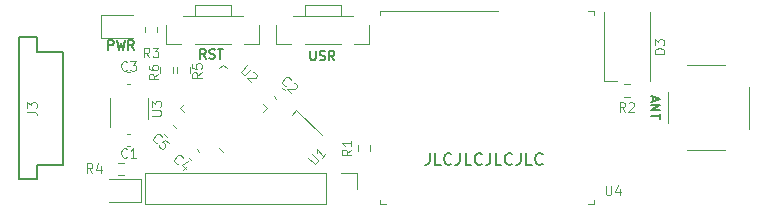
<source format=gbr>
%TF.GenerationSoftware,KiCad,Pcbnew,(5.1.9)-1*%
%TF.CreationDate,2021-02-26T13:25:28+01:00*%
%TF.ProjectId,DynaLoRa_Dongle,44796e61-4c6f-4526-915f-446f6e676c65,rev?*%
%TF.SameCoordinates,Original*%
%TF.FileFunction,Legend,Top*%
%TF.FilePolarity,Positive*%
%FSLAX46Y46*%
G04 Gerber Fmt 4.6, Leading zero omitted, Abs format (unit mm)*
G04 Created by KiCad (PCBNEW (5.1.9)-1) date 2021-02-26 13:25:28*
%MOMM*%
%LPD*%
G01*
G04 APERTURE LIST*
%ADD10C,0.150000*%
%ADD11C,0.120000*%
%ADD12C,0.100000*%
G04 APERTURE END LIST*
D10*
X51006952Y53379619D02*
X51006952Y52665333D01*
X50959333Y52522476D01*
X50864095Y52427238D01*
X50721238Y52379619D01*
X50626000Y52379619D01*
X51959333Y52379619D02*
X51483142Y52379619D01*
X51483142Y53379619D01*
X52864095Y52474857D02*
X52816476Y52427238D01*
X52673619Y52379619D01*
X52578380Y52379619D01*
X52435523Y52427238D01*
X52340285Y52522476D01*
X52292666Y52617714D01*
X52245047Y52808190D01*
X52245047Y52951047D01*
X52292666Y53141523D01*
X52340285Y53236761D01*
X52435523Y53332000D01*
X52578380Y53379619D01*
X52673619Y53379619D01*
X52816476Y53332000D01*
X52864095Y53284380D01*
X53578380Y53379619D02*
X53578380Y52665333D01*
X53530761Y52522476D01*
X53435523Y52427238D01*
X53292666Y52379619D01*
X53197428Y52379619D01*
X54530761Y52379619D02*
X54054571Y52379619D01*
X54054571Y53379619D01*
X55435523Y52474857D02*
X55387904Y52427238D01*
X55245047Y52379619D01*
X55149809Y52379619D01*
X55006952Y52427238D01*
X54911714Y52522476D01*
X54864095Y52617714D01*
X54816476Y52808190D01*
X54816476Y52951047D01*
X54864095Y53141523D01*
X54911714Y53236761D01*
X55006952Y53332000D01*
X55149809Y53379619D01*
X55245047Y53379619D01*
X55387904Y53332000D01*
X55435523Y53284380D01*
X56149809Y53379619D02*
X56149809Y52665333D01*
X56102190Y52522476D01*
X56006952Y52427238D01*
X55864095Y52379619D01*
X55768857Y52379619D01*
X57102190Y52379619D02*
X56626000Y52379619D01*
X56626000Y53379619D01*
X58006952Y52474857D02*
X57959333Y52427238D01*
X57816476Y52379619D01*
X57721238Y52379619D01*
X57578380Y52427238D01*
X57483142Y52522476D01*
X57435523Y52617714D01*
X57387904Y52808190D01*
X57387904Y52951047D01*
X57435523Y53141523D01*
X57483142Y53236761D01*
X57578380Y53332000D01*
X57721238Y53379619D01*
X57816476Y53379619D01*
X57959333Y53332000D01*
X58006952Y53284380D01*
X58721238Y53379619D02*
X58721238Y52665333D01*
X58673619Y52522476D01*
X58578380Y52427238D01*
X58435523Y52379619D01*
X58340285Y52379619D01*
X59673619Y52379619D02*
X59197428Y52379619D01*
X59197428Y53379619D01*
X60578380Y52474857D02*
X60530761Y52427238D01*
X60387904Y52379619D01*
X60292666Y52379619D01*
X60149809Y52427238D01*
X60054571Y52522476D01*
X60006952Y52617714D01*
X59959333Y52808190D01*
X59959333Y52951047D01*
X60006952Y53141523D01*
X60054571Y53236761D01*
X60149809Y53332000D01*
X60292666Y53379619D01*
X60387904Y53379619D01*
X60530761Y53332000D01*
X60578380Y53284380D01*
X69970666Y58165885D02*
X69970666Y57784933D01*
X69742095Y58242076D02*
X70542095Y57975409D01*
X69742095Y57708742D01*
X69742095Y57442076D02*
X70542095Y57442076D01*
X69742095Y56984933D01*
X70542095Y56984933D01*
X70542095Y56718266D02*
X70542095Y56261123D01*
X69742095Y56489695D02*
X70542095Y56489695D01*
X32073904Y61360095D02*
X31807238Y61741047D01*
X31616761Y61360095D02*
X31616761Y62160095D01*
X31921523Y62160095D01*
X31997714Y62122000D01*
X32035809Y62083904D01*
X32073904Y62007714D01*
X32073904Y61893428D01*
X32035809Y61817238D01*
X31997714Y61779142D01*
X31921523Y61741047D01*
X31616761Y61741047D01*
X32378666Y61398190D02*
X32492952Y61360095D01*
X32683428Y61360095D01*
X32759619Y61398190D01*
X32797714Y61436285D01*
X32835809Y61512476D01*
X32835809Y61588666D01*
X32797714Y61664857D01*
X32759619Y61702952D01*
X32683428Y61741047D01*
X32531047Y61779142D01*
X32454857Y61817238D01*
X32416761Y61855333D01*
X32378666Y61931523D01*
X32378666Y62007714D01*
X32416761Y62083904D01*
X32454857Y62122000D01*
X32531047Y62160095D01*
X32721523Y62160095D01*
X32835809Y62122000D01*
X33064380Y62160095D02*
X33521523Y62160095D01*
X33292952Y61360095D02*
X33292952Y62160095D01*
X40900476Y62033095D02*
X40900476Y61385476D01*
X40938571Y61309285D01*
X40976666Y61271190D01*
X41052857Y61233095D01*
X41205238Y61233095D01*
X41281428Y61271190D01*
X41319523Y61309285D01*
X41357619Y61385476D01*
X41357619Y62033095D01*
X41700476Y61271190D02*
X41814761Y61233095D01*
X42005238Y61233095D01*
X42081428Y61271190D01*
X42119523Y61309285D01*
X42157619Y61385476D01*
X42157619Y61461666D01*
X42119523Y61537857D01*
X42081428Y61575952D01*
X42005238Y61614047D01*
X41852857Y61652142D01*
X41776666Y61690238D01*
X41738571Y61728333D01*
X41700476Y61804523D01*
X41700476Y61880714D01*
X41738571Y61956904D01*
X41776666Y61995000D01*
X41852857Y62033095D01*
X42043333Y62033095D01*
X42157619Y61995000D01*
X42957619Y61233095D02*
X42690952Y61614047D01*
X42500476Y61233095D02*
X42500476Y62033095D01*
X42805238Y62033095D01*
X42881428Y61995000D01*
X42919523Y61956904D01*
X42957619Y61880714D01*
X42957619Y61766428D01*
X42919523Y61690238D01*
X42881428Y61652142D01*
X42805238Y61614047D01*
X42500476Y61614047D01*
X23799933Y62122095D02*
X23799933Y62922095D01*
X24104695Y62922095D01*
X24180885Y62884000D01*
X24218980Y62845904D01*
X24257076Y62769714D01*
X24257076Y62655428D01*
X24218980Y62579238D01*
X24180885Y62541142D01*
X24104695Y62503047D01*
X23799933Y62503047D01*
X24523742Y62922095D02*
X24714219Y62122095D01*
X24866600Y62693523D01*
X25018980Y62122095D01*
X25209457Y62922095D01*
X25971361Y62122095D02*
X25704695Y62503047D01*
X25514219Y62122095D02*
X25514219Y62922095D01*
X25818980Y62922095D01*
X25895171Y62884000D01*
X25933266Y62845904D01*
X25971361Y62769714D01*
X25971361Y62655428D01*
X25933266Y62579238D01*
X25895171Y62541142D01*
X25818980Y62503047D01*
X25514219Y62503047D01*
D11*
%TO.C,C5*%
X29509880Y55488569D02*
X29279675Y55718774D01*
X28788631Y54767320D02*
X28558426Y54997525D01*
%TO.C,D2*%
X23866600Y49230400D02*
X26551600Y49230400D01*
X26551600Y49230400D02*
X26551600Y51150400D01*
X26551600Y51150400D02*
X23866600Y51150400D01*
D12*
%TO.C,U1*%
X39744662Y57006362D02*
X39331570Y56593271D01*
X39744662Y57006362D02*
X41865982Y54885042D01*
D11*
%TO.C,C1*%
X25399420Y55018400D02*
X25680580Y55018400D01*
X25399420Y53998400D02*
X25680580Y53998400D01*
%TO.C,C2*%
X37817770Y58158781D02*
X38016581Y57959970D01*
X38539019Y58880030D02*
X38737830Y58681219D01*
%TO.C,C3*%
X25399420Y59205400D02*
X25680580Y59205400D01*
X25399420Y60225400D02*
X25680580Y60225400D01*
%TO.C,C4*%
X31325419Y53673030D02*
X31524230Y53474219D01*
X30604170Y52951781D02*
X30802981Y52752970D01*
%TO.C,D1*%
X25866600Y65018800D02*
X23181600Y65018800D01*
X23181600Y65018800D02*
X23181600Y63098800D01*
X23181600Y63098800D02*
X25866600Y63098800D01*
%TO.C,D3*%
X69717200Y65332400D02*
X69717200Y59432400D01*
X65817200Y65332400D02*
X65817200Y59432400D01*
X65817200Y59432400D02*
X66892200Y59432400D01*
%TO.C,J2*%
X75996600Y60800800D02*
X72796600Y60800800D01*
X75996600Y53600800D02*
X72796600Y53600800D01*
X71196600Y58500800D02*
X71196600Y55900800D01*
X78076600Y59000800D02*
X78076600Y55400800D01*
D10*
%TO.C,J3*%
X16266200Y51155200D02*
X16266200Y63155200D01*
X16266200Y63155200D02*
X17766200Y63155200D01*
X17766200Y52255200D02*
X17766200Y52355200D01*
X17766200Y61955200D02*
X20016200Y61955200D01*
X16266200Y51155200D02*
X17766200Y51155200D01*
X17766200Y52355200D02*
X20016200Y52355200D01*
X17766200Y63155200D02*
X17766200Y61955200D01*
X20016200Y52355200D02*
X20016200Y61955200D01*
X17766200Y51155200D02*
X17766200Y52255200D01*
D11*
%TO.C,R1*%
X44943500Y53559942D02*
X44943500Y54034458D01*
X45988500Y53559942D02*
X45988500Y54034458D01*
%TO.C,R2*%
X67953658Y59196500D02*
X67479142Y59196500D01*
X67953658Y58151500D02*
X67479142Y58151500D01*
%TO.C,R3*%
X27954500Y63592942D02*
X27954500Y64067458D01*
X26909500Y63592942D02*
X26909500Y64067458D01*
%TO.C,R4*%
X25129258Y51522100D02*
X24654742Y51522100D01*
X25129258Y52567100D02*
X24654742Y52567100D01*
%TO.C,R5*%
X30697700Y60638458D02*
X30697700Y60163942D01*
X29652700Y60638458D02*
X29652700Y60163942D01*
%TO.C,R6*%
X28230300Y60638458D02*
X28230300Y60163942D01*
X29275300Y60638458D02*
X29275300Y60163942D01*
%TO.C,U3*%
X27162400Y56224600D02*
X27162400Y58024600D01*
X23942400Y58024600D02*
X23942400Y55574600D01*
D12*
%TO.C,U4*%
X46799000Y65423400D02*
X56799000Y65423400D01*
X46799000Y49023400D02*
X47299000Y49023400D01*
X46799000Y49423400D02*
X46799000Y49023400D01*
X64399000Y49023400D02*
X64899000Y49023400D01*
X64899000Y49423400D02*
X64899000Y49023400D01*
X64399000Y65423400D02*
X64899000Y65423400D01*
X64899000Y65423400D02*
X64899000Y65023400D01*
X46799000Y65423400D02*
X46799000Y65023400D01*
D11*
%TO.C,U2*%
X30198178Y56839524D02*
X29862303Y57175400D01*
X29862303Y57175400D02*
X30198178Y57511276D01*
X36908622Y57511276D02*
X37244497Y57175400D01*
X37244497Y57175400D02*
X36908622Y56839524D01*
X33889276Y60530622D02*
X33553400Y60866497D01*
X33553400Y60866497D02*
X33217524Y60530622D01*
X33217524Y53820178D02*
X33553400Y53484303D01*
D12*
%TO.C,SW1*%
X43481200Y65887600D02*
X43481200Y65760600D01*
X40433200Y65887600D02*
X43481200Y65887600D01*
X40433200Y64998600D02*
X40433200Y65887600D01*
X43481200Y64998600D02*
X43481200Y65760600D01*
X44497200Y64998600D02*
X39417200Y64998600D01*
X43481200Y62585600D02*
X40433200Y62585600D01*
X38020200Y62585600D02*
X39290200Y62585600D01*
X38020200Y64236600D02*
X38020200Y62585600D01*
X45894200Y62585600D02*
X44624200Y62585600D01*
X45894200Y64236600D02*
X45894200Y62585600D01*
%TO.C,SW2*%
X36576000Y64236600D02*
X36576000Y62585600D01*
X36576000Y62585600D02*
X35306000Y62585600D01*
X28702000Y64236600D02*
X28702000Y62585600D01*
X28702000Y62585600D02*
X29972000Y62585600D01*
X34163000Y62585600D02*
X31115000Y62585600D01*
X35179000Y64998600D02*
X30099000Y64998600D01*
X34163000Y64998600D02*
X34163000Y65760600D01*
X31115000Y64998600D02*
X31115000Y65887600D01*
X31115000Y65887600D02*
X34163000Y65887600D01*
X34163000Y65887600D02*
X34163000Y65760600D01*
D11*
%TO.C,J1*%
X26940200Y51698200D02*
X26940200Y49038200D01*
X42240200Y51698200D02*
X26940200Y51698200D01*
X42240200Y49038200D02*
X26940200Y49038200D01*
X42240200Y51698200D02*
X42240200Y49038200D01*
X43510200Y51698200D02*
X44840200Y51698200D01*
X44840200Y51698200D02*
X44840200Y50368200D01*
%TO.C,C5*%
D12*
X27897688Y54248250D02*
X27843813Y54248250D01*
X27736064Y54302125D01*
X27682189Y54356000D01*
X27628314Y54463749D01*
X27628314Y54571499D01*
X27655251Y54652311D01*
X27736064Y54786998D01*
X27816876Y54867810D01*
X27951563Y54948622D01*
X28032375Y54975560D01*
X28140125Y54975560D01*
X28247874Y54921685D01*
X28301749Y54867810D01*
X28355624Y54760061D01*
X28355624Y54706186D01*
X28921309Y54248250D02*
X28651935Y54517624D01*
X28355624Y54275187D01*
X28409499Y54275187D01*
X28490311Y54248250D01*
X28624998Y54113563D01*
X28651935Y54032751D01*
X28651935Y53978876D01*
X28624998Y53898064D01*
X28490311Y53763377D01*
X28409499Y53736439D01*
X28355624Y53736439D01*
X28274812Y53763377D01*
X28140125Y53898064D01*
X28113187Y53978876D01*
X28113187Y54032751D01*
%TO.C,U1*%
X40737421Y52964781D02*
X41195357Y52506845D01*
X41276169Y52479908D01*
X41330044Y52479908D01*
X41410856Y52506845D01*
X41518606Y52614595D01*
X41545543Y52695407D01*
X41545543Y52749282D01*
X41518606Y52830094D01*
X41060670Y53288030D01*
X42192041Y53288030D02*
X41868792Y52964781D01*
X42030416Y53126406D02*
X41464731Y53692091D01*
X41491668Y53557404D01*
X41491668Y53449654D01*
X41464731Y53368842D01*
%TO.C,C1*%
X25393666Y53054285D02*
X25355571Y53016190D01*
X25241285Y52978095D01*
X25165095Y52978095D01*
X25050809Y53016190D01*
X24974619Y53092380D01*
X24936523Y53168571D01*
X24898428Y53320952D01*
X24898428Y53435238D01*
X24936523Y53587619D01*
X24974619Y53663809D01*
X25050809Y53740000D01*
X25165095Y53778095D01*
X25241285Y53778095D01*
X25355571Y53740000D01*
X25393666Y53701904D01*
X26155571Y52978095D02*
X25698428Y52978095D01*
X25927000Y52978095D02*
X25927000Y53778095D01*
X25850809Y53663809D01*
X25774619Y53587619D01*
X25698428Y53549523D01*
%TO.C,C2*%
X38819688Y59074249D02*
X38765813Y59074249D01*
X38658064Y59128124D01*
X38604189Y59181999D01*
X38550314Y59289748D01*
X38550314Y59397498D01*
X38577251Y59478310D01*
X38658064Y59612997D01*
X38738876Y59693809D01*
X38873563Y59774621D01*
X38954375Y59801559D01*
X39062125Y59801559D01*
X39169874Y59747684D01*
X39223749Y59693809D01*
X39277624Y59586060D01*
X39277624Y59532185D01*
X39493123Y59316686D02*
X39546998Y59316686D01*
X39627810Y59289748D01*
X39762497Y59155061D01*
X39789435Y59074249D01*
X39789435Y59020374D01*
X39762497Y58939562D01*
X39708622Y58885687D01*
X39600873Y58831812D01*
X38954375Y58831812D01*
X39304561Y58481626D01*
%TO.C,C3*%
X25406666Y60420285D02*
X25368571Y60382190D01*
X25254285Y60344095D01*
X25178095Y60344095D01*
X25063809Y60382190D01*
X24987619Y60458380D01*
X24949523Y60534571D01*
X24911428Y60686952D01*
X24911428Y60801238D01*
X24949523Y60953619D01*
X24987619Y61029809D01*
X25063809Y61106000D01*
X25178095Y61144095D01*
X25254285Y61144095D01*
X25368571Y61106000D01*
X25406666Y61067904D01*
X25673333Y61144095D02*
X26168571Y61144095D01*
X25901904Y60839333D01*
X26016190Y60839333D01*
X26092380Y60801238D01*
X26130476Y60763142D01*
X26168571Y60686952D01*
X26168571Y60496476D01*
X26130476Y60420285D01*
X26092380Y60382190D01*
X26016190Y60344095D01*
X25787619Y60344095D01*
X25711428Y60382190D01*
X25673333Y60420285D01*
%TO.C,C4*%
X29675688Y52470250D02*
X29621813Y52470250D01*
X29514064Y52524125D01*
X29460189Y52578000D01*
X29406314Y52685749D01*
X29406314Y52793499D01*
X29433251Y52874311D01*
X29514064Y53008998D01*
X29594876Y53089810D01*
X29729563Y53170622D01*
X29810375Y53197560D01*
X29918125Y53197560D01*
X30025874Y53143685D01*
X30079749Y53089810D01*
X30133624Y52982061D01*
X30133624Y52928186D01*
X30483810Y52308625D02*
X30106687Y51931502D01*
X30564622Y52658812D02*
X30025874Y52389438D01*
X30376061Y52039251D01*
%TO.C,D3*%
X70879104Y61791923D02*
X70079104Y61791923D01*
X70079104Y61982400D01*
X70117200Y62096685D01*
X70193390Y62172876D01*
X70269580Y62210971D01*
X70421961Y62249066D01*
X70536247Y62249066D01*
X70688628Y62210971D01*
X70764819Y62172876D01*
X70841009Y62096685D01*
X70879104Y61982400D01*
X70879104Y61791923D01*
X70079104Y62515733D02*
X70079104Y63010971D01*
X70383866Y62744304D01*
X70383866Y62858590D01*
X70421961Y62934780D01*
X70460057Y62972876D01*
X70536247Y63010971D01*
X70726723Y63010971D01*
X70802914Y62972876D01*
X70841009Y62934780D01*
X70879104Y62858590D01*
X70879104Y62630019D01*
X70841009Y62553828D01*
X70802914Y62515733D01*
%TO.C,J3*%
X16960904Y56883333D02*
X17532333Y56883333D01*
X17646619Y56845238D01*
X17722809Y56769047D01*
X17760904Y56654761D01*
X17760904Y56578571D01*
X16960904Y57188095D02*
X16960904Y57683333D01*
X17265666Y57416666D01*
X17265666Y57530952D01*
X17303761Y57607142D01*
X17341857Y57645238D01*
X17418047Y57683333D01*
X17608523Y57683333D01*
X17684714Y57645238D01*
X17722809Y57607142D01*
X17760904Y57530952D01*
X17760904Y57302380D01*
X17722809Y57226190D01*
X17684714Y57188095D01*
%TO.C,R1*%
X44397904Y53663866D02*
X44016952Y53397200D01*
X44397904Y53206723D02*
X43597904Y53206723D01*
X43597904Y53511485D01*
X43636000Y53587676D01*
X43674095Y53625771D01*
X43750285Y53663866D01*
X43864571Y53663866D01*
X43940761Y53625771D01*
X43978857Y53587676D01*
X44016952Y53511485D01*
X44016952Y53206723D01*
X44397904Y54425771D02*
X44397904Y53968628D01*
X44397904Y54197200D02*
X43597904Y54197200D01*
X43712190Y54121009D01*
X43788380Y54044819D01*
X43826476Y53968628D01*
%TO.C,R2*%
X67583066Y56882095D02*
X67316400Y57263047D01*
X67125923Y56882095D02*
X67125923Y57682095D01*
X67430685Y57682095D01*
X67506876Y57644000D01*
X67544971Y57605904D01*
X67583066Y57529714D01*
X67583066Y57415428D01*
X67544971Y57339238D01*
X67506876Y57301142D01*
X67430685Y57263047D01*
X67125923Y57263047D01*
X67887828Y57605904D02*
X67925923Y57644000D01*
X68002114Y57682095D01*
X68192590Y57682095D01*
X68268780Y57644000D01*
X68306876Y57605904D01*
X68344971Y57529714D01*
X68344971Y57453523D01*
X68306876Y57339238D01*
X67849733Y56882095D01*
X68344971Y56882095D01*
%TO.C,R3*%
X27298666Y61487095D02*
X27032000Y61868047D01*
X26841523Y61487095D02*
X26841523Y62287095D01*
X27146285Y62287095D01*
X27222476Y62249000D01*
X27260571Y62210904D01*
X27298666Y62134714D01*
X27298666Y62020428D01*
X27260571Y61944238D01*
X27222476Y61906142D01*
X27146285Y61868047D01*
X26841523Y61868047D01*
X27565333Y62287095D02*
X28060571Y62287095D01*
X27793904Y61982333D01*
X27908190Y61982333D01*
X27984380Y61944238D01*
X28022476Y61906142D01*
X28060571Y61829952D01*
X28060571Y61639476D01*
X28022476Y61563285D01*
X27984380Y61525190D01*
X27908190Y61487095D01*
X27679619Y61487095D01*
X27603428Y61525190D01*
X27565333Y61563285D01*
%TO.C,R4*%
X22472666Y51708095D02*
X22206000Y52089047D01*
X22015523Y51708095D02*
X22015523Y52508095D01*
X22320285Y52508095D01*
X22396476Y52470000D01*
X22434571Y52431904D01*
X22472666Y52355714D01*
X22472666Y52241428D01*
X22434571Y52165238D01*
X22396476Y52127142D01*
X22320285Y52089047D01*
X22015523Y52089047D01*
X23158380Y52241428D02*
X23158380Y51708095D01*
X22967904Y52546190D02*
X22777428Y51974761D01*
X23272666Y51974761D01*
%TO.C,R5*%
X31730904Y60191666D02*
X31349952Y59925000D01*
X31730904Y59734523D02*
X30930904Y59734523D01*
X30930904Y60039285D01*
X30969000Y60115476D01*
X31007095Y60153571D01*
X31083285Y60191666D01*
X31197571Y60191666D01*
X31273761Y60153571D01*
X31311857Y60115476D01*
X31349952Y60039285D01*
X31349952Y59734523D01*
X30930904Y60915476D02*
X30930904Y60534523D01*
X31311857Y60496428D01*
X31273761Y60534523D01*
X31235666Y60610714D01*
X31235666Y60801190D01*
X31273761Y60877380D01*
X31311857Y60915476D01*
X31388047Y60953571D01*
X31578523Y60953571D01*
X31654714Y60915476D01*
X31692809Y60877380D01*
X31730904Y60801190D01*
X31730904Y60610714D01*
X31692809Y60534523D01*
X31654714Y60496428D01*
%TO.C,R6*%
X28047904Y60064666D02*
X27666952Y59798000D01*
X28047904Y59607523D02*
X27247904Y59607523D01*
X27247904Y59912285D01*
X27286000Y59988476D01*
X27324095Y60026571D01*
X27400285Y60064666D01*
X27514571Y60064666D01*
X27590761Y60026571D01*
X27628857Y59988476D01*
X27666952Y59912285D01*
X27666952Y59607523D01*
X27247904Y60750380D02*
X27247904Y60598000D01*
X27286000Y60521809D01*
X27324095Y60483714D01*
X27438380Y60407523D01*
X27590761Y60369428D01*
X27895523Y60369428D01*
X27971714Y60407523D01*
X28009809Y60445619D01*
X28047904Y60521809D01*
X28047904Y60674190D01*
X28009809Y60750380D01*
X27971714Y60788476D01*
X27895523Y60826571D01*
X27705047Y60826571D01*
X27628857Y60788476D01*
X27590761Y60750380D01*
X27552666Y60674190D01*
X27552666Y60521809D01*
X27590761Y60445619D01*
X27628857Y60407523D01*
X27705047Y60369428D01*
%TO.C,U3*%
X27501904Y56540476D02*
X28149523Y56540476D01*
X28225714Y56578571D01*
X28263809Y56616666D01*
X28301904Y56692857D01*
X28301904Y56845238D01*
X28263809Y56921428D01*
X28225714Y56959523D01*
X28149523Y56997619D01*
X27501904Y56997619D01*
X27501904Y57302380D02*
X27501904Y57797619D01*
X27806666Y57530952D01*
X27806666Y57645238D01*
X27844761Y57721428D01*
X27882857Y57759523D01*
X27959047Y57797619D01*
X28149523Y57797619D01*
X28225714Y57759523D01*
X28263809Y57721428D01*
X28301904Y57645238D01*
X28301904Y57416666D01*
X28263809Y57340476D01*
X28225714Y57302380D01*
%TO.C,U4*%
X65938476Y50603095D02*
X65938476Y49955476D01*
X65976571Y49879285D01*
X66014666Y49841190D01*
X66090857Y49803095D01*
X66243238Y49803095D01*
X66319428Y49841190D01*
X66357523Y49879285D01*
X66395619Y49955476D01*
X66395619Y50603095D01*
X67119428Y50336428D02*
X67119428Y49803095D01*
X66928952Y50641190D02*
X66738476Y50069761D01*
X67233714Y50069761D01*
%TO.C,U2*%
X35565781Y60811777D02*
X35107845Y60353841D01*
X35080908Y60273029D01*
X35080908Y60219154D01*
X35107845Y60138342D01*
X35215595Y60030592D01*
X35296407Y60003655D01*
X35350282Y60003655D01*
X35431094Y60030592D01*
X35889030Y60488528D01*
X36077592Y60192217D02*
X36131467Y60192217D01*
X36212279Y60165279D01*
X36346966Y60030592D01*
X36373903Y59949780D01*
X36373903Y59895905D01*
X36346966Y59815093D01*
X36293091Y59761218D01*
X36185341Y59707344D01*
X35538844Y59707344D01*
X35889030Y59357157D01*
%TD*%
M02*

</source>
